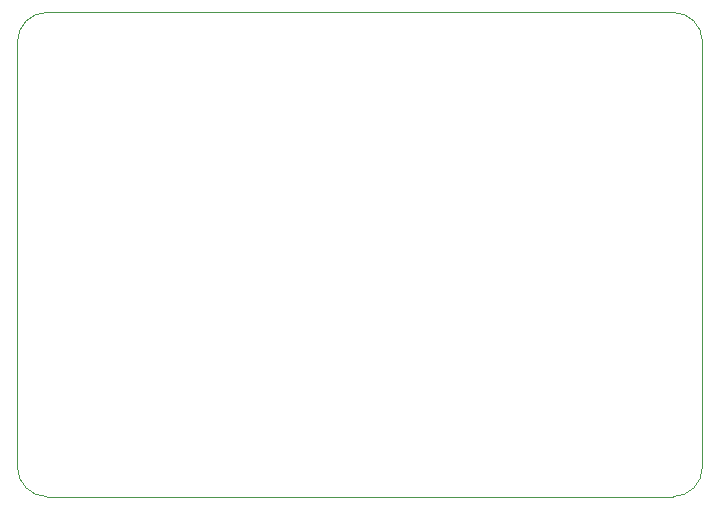
<source format=gbr>
%TF.GenerationSoftware,KiCad,Pcbnew,5.99.0-unknown-04793924d~104~ubuntu20.04.1*%
%TF.CreationDate,2020-11-08T20:52:43+01:00*%
%TF.ProjectId,co2mon,636f326d-6f6e-42e6-9b69-6361645f7063,rev?*%
%TF.SameCoordinates,Original*%
%TF.FileFunction,Profile,NP*%
%FSLAX46Y46*%
G04 Gerber Fmt 4.6, Leading zero omitted, Abs format (unit mm)*
G04 Created by KiCad (PCBNEW 5.99.0-unknown-04793924d~104~ubuntu20.04.1) date 2020-11-08 20:52:43*
%MOMM*%
%LPD*%
G01*
G04 APERTURE LIST*
%TA.AperFunction,Profile*%
%ADD10C,0.050000*%
%TD*%
G04 APERTURE END LIST*
D10*
X145500000Y-136000000D02*
X92500000Y-136000000D01*
X90000000Y-133500000D02*
X90000000Y-97500000D01*
X90000000Y-97500000D02*
G75*
G02*
X92500000Y-95000000I2500000J0D01*
G01*
X92500000Y-95000000D02*
X145500000Y-95000000D01*
X148000000Y-97500000D02*
X148000000Y-133500000D01*
X92500000Y-136000000D02*
G75*
G02*
X90000000Y-133500000I0J2500000D01*
G01*
X145500000Y-95000000D02*
G75*
G02*
X148000000Y-97500000I0J-2500000D01*
G01*
X148000000Y-133500000D02*
G75*
G02*
X145500000Y-136000000I-2500000J0D01*
G01*
M02*

</source>
